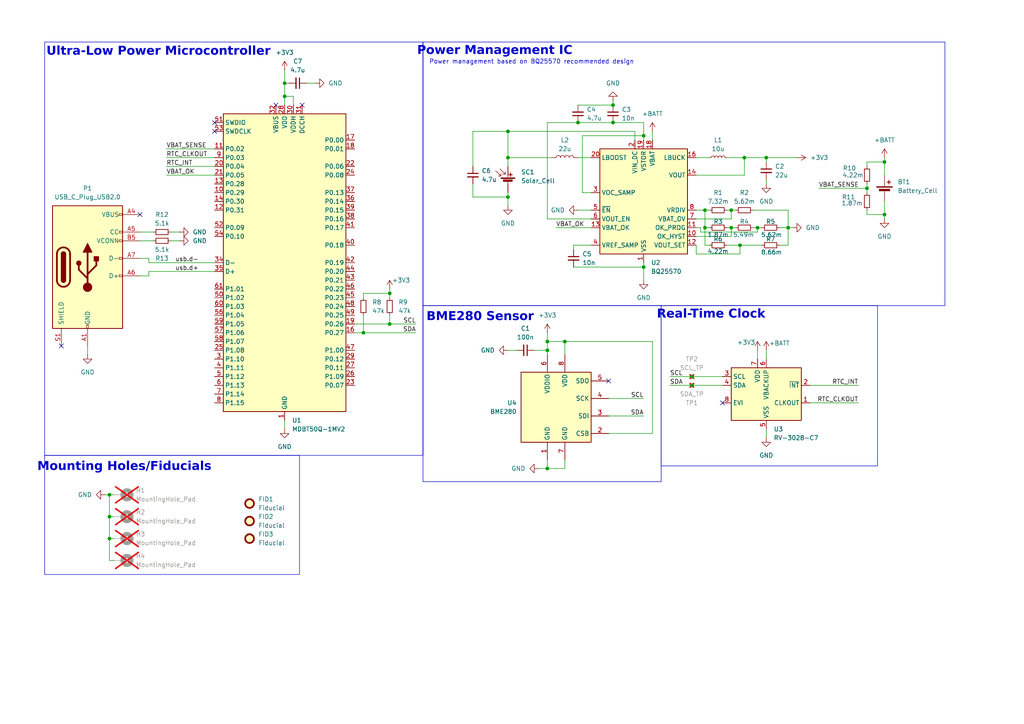
<source format=kicad_sch>
(kicad_sch (version 20250114) (generator "eeschema") (generator_version "9.0")
  (paper "A4")
  (title_block (title "Ultra-low power environmental monitor") (date "2025-08-25") (rev "v2") (company "Dickhans Engineering") (comment 1 "Designed by Alex Dickhans") (comment 2 "alex.dickhans.net"))
  (lib_symbols
    (symbol "Battery_Management:BQ25570"
      (property "Reference" "U2" (at 2.1433 -17.78 0))
      (property "Value" "BQ25570" (at 2.1433 -20.32 0))
      (symbol "BQ25570_0_1"
        (rectangle (start -12.7 15.24) (end 12.7 -15.24) (stroke (width 0.254)) (fill (type background)))
      )
      (symbol "BQ25570_1_1"
        (pin passive line (at -15.24 12.7 0) (length 2.54) (name "LBOOST") (number "20"))
        (pin input line (at -15.24 2.54 0) (length 2.54) (name "VOC_SAMP") (number "3"))
        (pin input line (at -15.24 -2.54 0) (length 2.54) (name "~{EN}") (number "5"))
        (pin input line (at -15.24 -5.08 0) (length 2.54) (name "VOUT_EN") (number "6"))
        (pin output line (at -15.24 -7.62 0) (length 2.54) (name "VBAT_OK") (number "13"))
        (pin passive line (at -15.24 -12.7 0) (length 2.54) (name "VREF_SAMP") (number "4"))
        (pin power_in line (at -2.54 17.78 270) (length 2.54) (name "VIN_DC") (number "2"))
        (pin power_out line (at 0 17.78 270) (length 2.54) (name "VSTOR") (number "19"))
        (pin power_in line (at 0 -17.78 90) (length 2.54) (name "VSS") (number "1"))
        (pin passive line (at 0 -17.78 90) (length 2.54) (hide yes) (name "VSS") (number "15"))
        (pin passive line (at 0 -17.78 90) (length 2.54) (hide yes) (name "VSS") (number "17"))
        (pin passive line (at 0 -17.78 90) (length 2.54) (hide yes) (name "VSS") (number "21"))
        (pin passive line (at 0 -17.78 90) (length 2.54) (hide yes) (name "VSS") (number "9"))
        (pin power_in line (at 2.54 17.78 270) (length 2.54) (name "VBAT") (number "18"))
        (pin passive line (at 15.24 12.7 180) (length 2.54) (name "LBUCK") (number "16"))
        (pin input line (at 15.24 7.62 180) (length 2.54) (name "VOUT") (number "14"))
        (pin output line (at 15.24 -2.54 180) (length 2.54) (name "VRDIV") (number "8"))
        (pin input line (at 15.24 -5.08 180) (length 2.54) (name "VBAT_OV") (number "7"))
        (pin input line (at 15.24 -7.62 180) (length 2.54) (name "OK_PROG") (number "11"))
        (pin input line (at 15.24 -10.16 180) (length 2.54) (name "OK_HYST") (number "10"))
        (pin input line (at 15.24 -12.7 180) (length 2.54) (name "VOUT_SET") (number "12"))
      )
    )
    (symbol "Connector:TestPoint_Small" (pin_numbers (hide yes)) (pin_names (offset 0.762) (hide yes))
      (property "Reference" "TP" (at 0 3.81 0))
      (property "Value" "TestPoint_Small" (at 0 2.032 0))
      (symbol "TestPoint_Small_0_1"
        (circle (center 0 0) (radius 0.508))
      )
      (symbol "TestPoint_Small_1_1"
        (pin passive line (at 0 0 90) (length 0) (name "1") (number "1"))
      )
    )
    (symbol "Connector:USB_C_Plug_USB2.0" (pin_names (offset 1.016))
      (property "Reference" "P" (at -10.16 19.05 0))
      (property "Value" "USB_C_Plug_USB2.0" (at 12.7 19.05 0))
      (symbol "USB_C_Plug_USB2.0_0_0"
        (rectangle (start -0.254 -17.78) (end 0.254 -16.764))
        (rectangle (start 10.16 15.494) (end 9.144 14.986))
        (rectangle (start 10.16 10.414) (end 9.144 9.906))
        (rectangle (start 10.16 7.874) (end 9.144 7.366))
        (rectangle (start 10.16 2.794) (end 9.144 2.286))
        (rectangle (start 10.16 -2.286) (end 9.144 -2.794))
      )
      (symbol "USB_C_Plug_USB2.0_0_1"
        (rectangle (start -10.16 17.78) (end 10.16 -17.78) (stroke (width 0.254)) (fill (type background)))
        (polyline (pts (xy -8.89 -3.81) (xy -8.89 3.81)) (stroke (width 0.508)))
        (rectangle (start -7.62 -3.81) (end -6.35 3.81) (stroke (width 0.254)) (fill (type outline)))
        (arc (start -7.62 3.81) (mid -6.985 4.4423) (end -6.35 3.81) (stroke (width 0.254)))
        (arc (start -7.62 3.81) (mid -6.985 4.4423) (end -6.35 3.81) (stroke (width 0.254)) (fill (type outline)))
        (arc (start -8.89 3.81) (mid -6.985 5.7067) (end -5.08 3.81) (stroke (width 0.508)))
        (arc (start -5.08 -3.81) (mid -6.985 -5.7067) (end -8.89 -3.81) (stroke (width 0.508)))
        (arc (start -6.35 -3.81) (mid -6.985 -4.4423) (end -7.62 -3.81) (stroke (width 0.254)))
        (arc (start -6.35 -3.81) (mid -6.985 -4.4423) (end -7.62 -3.81) (stroke (width 0.254)) (fill (type outline)))
        (polyline (pts (xy -5.08 3.81) (xy -5.08 -3.81)) (stroke (width 0.508)))
        (circle (center -2.54 1.143) (radius 0.635) (stroke (width 0.254)) (fill (type outline)))
        (polyline (pts (xy -1.27 4.318) (xy 0 6.858) (xy 1.27 4.318) (xy -1.27 4.318)) (stroke (width 0.254)) (fill (type outline)))
        (polyline (pts (xy 0 -2.032) (xy 2.54 0.508) (xy 2.54 1.778)) (stroke (width 0.508)))
        (polyline (pts (xy 0 -3.302) (xy -2.54 -0.762) (xy -2.54 0.508)) (stroke (width 0.508)))
        (polyline (pts (xy 0 -5.842) (xy 0 4.318)) (stroke (width 0.508)))
        (circle (center 0 -5.842) (radius 1.27) (fill (type outline)))
        (rectangle (start 1.905 1.778) (end 3.175 3.048) (stroke (width 0.254)) (fill (type outline)))
      )
      (symbol "USB_C_Plug_USB2.0_1_1"
        (pin passive line (at -7.62 -22.86 90) (length 5.08) (name "SHIELD") (number "S1"))
        (pin passive line (at 0 -22.86 90) (length 5.08) (name "GND") (number "A1"))
        (pin passive line (at 0 -22.86 90) (length 5.08) (hide yes) (name "GND") (number "A12"))
        (pin passive line (at 0 -22.86 90) (length 5.08) (hide yes) (name "GND") (number "B1"))
        (pin passive line (at 0 -22.86 90) (length 5.08) (hide yes) (name "GND") (number "B12"))
        (pin passive line (at 15.24 15.24 180) (length 5.08) (name "VBUS") (number "A4"))
        (pin passive line (at 15.24 15.24 180) (length 5.08) (hide yes) (name "VBUS") (number "A9"))
        (pin passive line (at 15.24 15.24 180) (length 5.08) (hide yes) (name "VBUS") (number "B4"))
        (pin passive line (at 15.24 15.24 180) (length 5.08) (hide yes) (name "VBUS") (number "B9"))
        (pin bidirectional line (at 15.24 10.16 180) (length 5.08) (name "CC") (number "A5"))
        (pin bidirectional line (at 15.24 7.62 180) (length 5.08) (name "VCONN") (number "B5"))
        (pin bidirectional line (at 15.24 2.54 180) (length 5.08) (name "D-") (number "A7"))
        (pin bidirectional line (at 15.24 -2.54 180) (length 5.08) (name "D+") (number "A6"))
      )
    )
    (symbol "Device:Battery_Cell" (pin_numbers (hide yes)) (pin_names (offset 0) (hide yes))
      (property "Reference" "BT" (at 2.54 2.54 0))
      (property "Value" "Battery_Cell" (at 2.54 0 0))
      (symbol "Battery_Cell_0_1"
        (rectangle (start -2.286 1.778) (end 2.286 1.524) (fill (type outline)))
        (rectangle (start -1.524 1.016) (end 1.524 0.508) (fill (type outline)))
        (polyline (pts (xy 0 1.778) (xy 0 2.54)))
        (polyline (pts (xy 0 0.762) (xy 0 0)))
        (polyline (pts (xy 0.762 3.048) (xy 1.778 3.048)) (stroke (width 0.254)))
        (polyline (pts (xy 1.27 3.556) (xy 1.27 2.54)) (stroke (width 0.254)))
      )
      (symbol "Battery_Cell_1_1"
        (pin passive line (at 0 5.08 270) (length 2.54) (name "+") (number "1"))
        (pin passive line (at 0 -2.54 90) (length 2.54) (name "-") (number "2"))
      )
    )
    (symbol "Device:C_Small" (pin_numbers (hide yes)) (pin_names (offset 0.254) (hide yes))
      (property "Reference" "C" (at 0.254 1.778 0))
      (property "Value" "C_Small" (at 0.254 -2.032 0))
      (symbol "C_Small_0_1"
        (polyline (pts (xy -1.524 0.508) (xy 1.524 0.508)) (stroke (width 0.3048)))
        (polyline (pts (xy -1.524 -0.508) (xy 1.524 -0.508)) (stroke (width 0.3302)))
      )
      (symbol "C_Small_1_1"
        (pin passive line (at 0 2.54 270) (length 2.032) (name "~") (number "1"))
        (pin passive line (at 0 -2.54 90) (length 2.032) (name "~") (number "2"))
      )
    )
    (symbol "Device:L" (pin_numbers (hide yes)) (pin_names (offset 1.016) (hide yes))
      (property "Reference" "L" (at -1.27 0 90))
      (property "Value" "L" (at 1.905 0 90))
      (symbol "L_0_1"
        (arc (start 0 2.54) (mid 0.6323 1.905) (end 0 1.27))
        (arc (start 0 1.27) (mid 0.6323 0.635) (end 0 0))
        (arc (start 0 0) (mid 0.6323 -0.635) (end 0 -1.27))
        (arc (start 0 -1.27) (mid 0.6323 -1.905) (end 0 -2.54))
      )
      (symbol "L_1_1"
        (pin passive line (at 0 3.81 270) (length 1.27) (name "1") (number "1"))
        (pin passive line (at 0 -3.81 90) (length 1.27) (name "2") (number "2"))
      )
    )
    (symbol "Device:L_Small" (pin_numbers (hide yes)) (pin_names (offset 0.254) (hide yes))
      (property "Reference" "L" (at 0.762 1.016 0))
      (property "Value" "L_Small" (at 0.762 -1.016 0))
      (symbol "L_Small_0_1"
        (arc (start 0 2.032) (mid 0.5058 1.524) (end 0 1.016))
        (arc (start 0 1.016) (mid 0.5058 0.508) (end 0 0))
        (arc (start 0 0) (mid 0.5058 -0.508) (end 0 -1.016))
        (arc (start 0 -1.016) (mid 0.5058 -1.524) (end 0 -2.032))
      )
      (symbol "L_Small_1_1"
        (pin passive line (at 0 2.54 270) (length 0.508) (name "~") (number "1"))
        (pin passive line (at 0 -2.54 90) (length 0.508) (name "~") (number "2"))
      )
    )
    (symbol "Device:R_Small" (pin_numbers (hide yes)) (pin_names (offset 0.254) (hide yes))
      (property "Reference" "R" (at 0.762 0.508 0))
      (property "Value" "R_Small" (at 0.762 -1.016 0))
      (symbol "R_Small_0_1"
        (rectangle (start -0.762 1.778) (end 0.762 -1.778) (stroke (width 0.2032)))
      )
      (symbol "R_Small_1_1"
        (pin passive line (at 0 2.54 270) (length 0.762) (name "~") (number "1"))
        (pin passive line (at 0 -2.54 90) (length 0.762) (name "~") (number "2"))
      )
    )
    (symbol "Device:Solar_Cell" (pin_numbers (hide yes)) (pin_names (offset 0) (hide yes))
      (property "Reference" "SC" (at 2.54 2.54 0))
      (property "Value" "Solar_Cell" (at 2.54 0 0))
      (symbol "Solar_Cell_0_1"
        (polyline (pts (xy -2.032 3.048) (xy -2.032 2.286) (xy -2.794 2.286)))
        (polyline (pts (xy -2.032 2.286) (xy -3.556 3.81)))
        (rectangle (start -2.032 1.778) (end 2.032 1.524) (fill (type outline)))
        (rectangle (start -1.3208 1.1938) (end 1.27 0.6858) (fill (type outline)))
        (polyline (pts (xy -0.762 3.556) (xy -0.762 2.794) (xy -1.524 2.794)))
        (polyline (pts (xy -0.762 2.794) (xy -2.286 4.318)))
        (polyline (pts (xy 0 1.778) (xy 0 2.54)))
        (polyline (pts (xy 0 0.762) (xy 0 0)))
        (polyline (pts (xy 0.254 2.667) (xy 1.27 2.667)) (stroke (width 0.254)))
        (polyline (pts (xy 0.762 3.175) (xy 0.762 2.159)) (stroke (width 0.254)))
      )
      (symbol "Solar_Cell_1_1"
        (pin passive line (at 0 5.08 270) (length 2.54) (name "+") (number "1"))
        (pin passive line (at 0 -2.54 90) (length 2.54) (name "-") (number "2"))
      )
    )
    (symbol "Mechanical:Fiducial" (exclude_from_sim yes) (in_bom no)
      (property "Reference" "FID" (at 0 5.08 0))
      (property "Value" "Fiducial" (at 0 3.175 0))
      (symbol "Fiducial_0_1"
        (circle (center 0 0) (radius 1.27) (stroke (width 0.508)) (fill (type background)))
      )
    )
    (symbol "Mechanical:MountingHole_Pad" (pin_numbers (hide yes)) (pin_names (offset 1.016) (hide yes)) (exclude_from_sim yes) (in_bom no)
      (property "Reference" "H" (at 0 6.35 0))
      (property "Value" "MountingHole_Pad" (at 0 4.445 0))
      (symbol "MountingHole_Pad_0_1"
        (circle (center 0 1.27) (radius 1.27) (stroke (width 1.27)))
      )
      (symbol "MountingHole_Pad_1_1"
        (pin input line (at 0 -2.54 90) (length 2.54) (name "1") (number "1"))
      )
    )
    (symbol "RF_Module:MDBT50Q-1MV2"
      (property "Reference" "U1" (at 2.1433 -45.72 0))
      (property "Value" "MDBT50Q-1MV2" (at 2.1433 -48.26 0))
      (symbol "MDBT50Q-1MV2_0_1"
        (rectangle (start -17.78 43.18) (end 17.78 -43.18) (stroke (width 0.254)) (fill (type background)))
      )
      (symbol "MDBT50Q-1MV2_1_1"
        (pin bidirectional line (at -20.32 40.64 0) (length 2.54) (name "SWDIO") (number "51"))
        (pin input line (at -20.32 38.1 0) (length 2.54) (name "SWDCLK") (number "53"))
        (pin bidirectional line (at -20.32 33.02 0) (length 2.54) (name "P0.02") (number "11"))
        (pin bidirectional line (at -20.32 30.48 0) (length 2.54) (name "P0.03") (number "9"))
        (pin bidirectional line (at -20.32 27.94 0) (length 2.54) (name "P0.04") (number "20"))
        (pin bidirectional line (at -20.32 25.4 0) (length 2.54) (name "P0.05") (number "21"))
        (pin bidirectional line (at -20.32 22.86 0) (length 2.54) (name "P0.28") (number "13"))
        (pin bidirectional line (at -20.32 20.32 0) (length 2.54) (name "P0.29") (number "10"))
        (pin bidirectional line (at -20.32 17.78 0) (length 2.54) (name "P0.30") (number "14"))
        (pin bidirectional line (at -20.32 15.24 0) (length 2.54) (name "P0.31") (number "12"))
        (pin bidirectional line (at -20.32 10.16 0) (length 2.54) (name "P0.09") (number "52"))
        (pin bidirectional line (at -20.32 7.62 0) (length 2.54) (name "P0.10") (number "54"))
        (pin bidirectional line (at -20.32 0 0) (length 2.54) (name "D-") (number "34"))
        (pin bidirectional line (at -20.32 -2.54 0) (length 2.54) (name "D+") (number "35"))
        (pin bidirectional line (at -20.32 -7.62 0) (length 2.54) (name "P1.01") (number "61"))
        (pin bidirectional line (at -20.32 -10.16 0) (length 2.54) (name "P1.02") (number "50"))
        (pin bidirectional line (at -20.32 -12.7 0) (length 2.54) (name "P1.03") (number "60"))
        (pin bidirectional line (at -20.32 -15.24 0) (length 2.54) (name "P1.04") (number "56"))
        (pin bidirectional line (at -20.32 -17.78 0) (length 2.54) (name "P1.05") (number "59"))
        (pin bidirectional line (at -20.32 -20.32 0) (length 2.54) (name "P1.06") (number "57"))
        (pin bidirectional line (at -20.32 -22.86 0) (length 2.54) (name "P1.07") (number "58"))
        (pin bidirectional line (at -20.32 -25.4 0) (length 2.54) (name "P1.08") (number "25"))
        (pin bidirectional line (at -20.32 -27.94 0) (length 2.54) (name "P1.10") (number "3"))
        (pin bidirectional line (at -20.32 -30.48 0) (length 2.54) (name "P1.11") (number "4"))
        (pin bidirectional line (at -20.32 -33.02 0) (length 2.54) (name "P1.12") (number "5"))
        (pin bidirectional line (at -20.32 -35.56 0) (length 2.54) (name "P1.13") (number "6"))
        (pin bidirectional line (at -20.32 -38.1 0) (length 2.54) (name "P1.14") (number "7"))
        (pin bidirectional line (at -20.32 -40.64 0) (length 2.54) (name "P1.15") (number "8"))
        (pin power_in line (at -2.54 45.72 270) (length 2.54) (name "VBUS") (number "32"))
        (pin power_in line (at 0 45.72 270) (length 2.54) (name "VDD") (number "28"))
        (pin power_in line (at 0 -45.72 90) (length 2.54) (name "GND") (number "1"))
        (pin passive line (at 0 -45.72 90) (length 2.54) (hide yes) (name "GND") (number "15"))
        (pin passive line (at 0 -45.72 90) (length 2.54) (hide yes) (name "GND") (number "2"))
        (pin passive line (at 0 -45.72 90) (length 2.54) (hide yes) (name "GND") (number "33"))
        (pin passive line (at 0 -45.72 90) (length 2.54) (hide yes) (name "GND") (number "55"))
        (pin power_in line (at 2.54 45.72 270) (length 2.54) (name "VDDH") (number "30"))
        (pin power_out line (at 5.08 45.72 270) (length 2.54) (name "DCCH") (number "31"))
        (pin bidirectional line (at 20.32 35.56 180) (length 2.54) (name "P0.00") (number "17"))
        (pin bidirectional line (at 20.32 33.02 180) (length 2.54) (name "P0.01") (number "18"))
        (pin bidirectional line (at 20.32 27.94 180) (length 2.54) (name "P0.06") (number "22"))
        (pin bidirectional line (at 20.32 25.4 180) (length 2.54) (name "P0.08") (number "24"))
        (pin bidirectional line (at 20.32 20.32 180) (length 2.54) (name "P0.13") (number "37"))
        (pin bidirectional line (at 20.32 17.78 180) (length 2.54) (name "P0.14") (number "36"))
        (pin bidirectional line (at 20.32 15.24 180) (length 2.54) (name "P0.15") (number "39"))
        (pin bidirectional line (at 20.32 12.7 180) (length 2.54) (name "P0.16") (number "38"))
        (pin bidirectional line (at 20.32 10.16 180) (length 2.54) (name "P0.17") (number "41"))
        (pin bidirectional line (at 20.32 5.08 180) (length 2.54) (name "P0.18") (number "40"))
        (pin bidirectional line (at 20.32 0 180) (length 2.54) (name "P0.19") (number "42"))
        (pin bidirectional line (at 20.32 -2.54 180) (length 2.54) (name "P0.20") (number "44"))
        (pin bidirectional line (at 20.32 -5.08 180) (length 2.54) (name "P0.21") (number "43"))
        (pin bidirectional line (at 20.32 -7.62 180) (length 2.54) (name "P0.22") (number "46"))
        (pin bidirectional line (at 20.32 -10.16 180) (length 2.54) (name "P0.23") (number "45"))
        (pin bidirectional line (at 20.32 -12.7 180) (length 2.54) (name "P0.24") (number "48"))
        (pin bidirectional line (at 20.32 -15.24 180) (length 2.54) (name "P0.25") (number "49"))
        (pin bidirectional line (at 20.32 -17.78 180) (length 2.54) (name "P0.26") (number "19"))
        (pin bidirectional line (at 20.32 -20.32 180) (length 2.54) (name "P0.27") (number "16"))
        (pin bidirectional line (at 20.32 -25.4 180) (length 2.54) (name "P1.00") (number "47"))
        (pin bidirectional line (at 20.32 -27.94 180) (length 2.54) (name "P0.12") (number "29"))
        (pin bidirectional line (at 20.32 -30.48 180) (length 2.54) (name "P0.11") (number "27"))
        (pin bidirectional line (at 20.32 -33.02 180) (length 2.54) (name "P1.09") (number "26"))
        (pin bidirectional line (at 20.32 -35.56 180) (length 2.54) (name "P0.07") (number "23"))
      )
    )
    (symbol "Sensor:BME280"
      (property "Reference" "U" (at -8.89 11.43 0))
      (property "Value" "BME280" (at 7.62 11.43 0))
      (symbol "BME280_0_1"
        (rectangle (start -10.16 10.16) (end 10.16 -10.16) (stroke (width 0.254)) (fill (type background)))
      )
      (symbol "BME280_1_1"
        (pin power_in line (at -2.54 15.24 270) (length 5.08) (name "VDDIO") (number "6"))
        (pin power_in line (at -2.54 -15.24 90) (length 5.08) (name "GND") (number "1"))
        (pin power_in line (at 2.54 15.24 270) (length 5.08) (name "VDD") (number "8"))
        (pin power_in line (at 2.54 -15.24 90) (length 5.08) (name "GND") (number "7"))
        (pin bidirectional line (at 15.24 7.62 180) (length 5.08) (name "SDO") (number "5"))
        (pin input line (at 15.24 2.54 180) (length 5.08) (name "SCK") (number "4"))
        (pin bidirectional line (at 15.24 -2.54 180) (length 5.08) (name "SDI") (number "3"))
        (pin input line (at 15.24 -7.62 180) (length 5.08) (name "CSB") (number "2"))
      )
    )
    (symbol "Timer_RTC:RV-3028-C7"
      (property "Reference" "U" (at -8.89 8.89 0))
      (property "Value" "RV-3028-C7" (at 7.62 8.89 0))
      (symbol "RV-3028-C7_0_1"
        (rectangle (start -10.16 7.62) (end 10.16 -7.62) (stroke (width 0.254)) (fill (type background)))
      )
      (symbol "RV-3028-C7_1_1"
        (pin input line (at -12.7 5.08 0) (length 2.54) (name "SCL") (number "3"))
        (pin bidirectional line (at -12.7 2.54 0) (length 2.54) (name "SDA") (number "4"))
        (pin input line (at -12.7 -2.54 0) (length 2.54) (name "EVI") (number "8"))
        (pin power_in line (at -2.54 10.16 270) (length 2.54) (name "VDD") (number "7"))
        (pin power_in line (at 0 10.16 270) (length 2.54) (name "VBACKUP") (number "6"))
        (pin power_in line (at 0 -10.16 90) (length 2.54) (name "VSS") (number "5"))
        (pin open_collector line (at 12.7 2.54 180) (length 2.54) (name "~{INT}") (number "2"))
        (pin output line (at 12.7 -2.54 180) (length 2.54) (name "CLKOUT") (number "1"))
      )
    )
    (symbol "power:+3V3" (power) (pin_numbers (hide yes)) (pin_names (offset 0) (hide yes))
      (property "Value" "+3V3" (at 0 3.556 0))
      (symbol "+3V3_0_1"
        (polyline (pts (xy -0.762 1.27) (xy 0 2.54)))
        (polyline (pts (xy 0 2.54) (xy 0.762 1.27)))
        (polyline (pts (xy 0 0) (xy 0 2.54)))
      )
      (symbol "+3V3_1_1"
        (pin power_in line (at 0 0 90) (length 0) (name "~") (number "1"))
      )
    )
    (symbol "power:+BATT" (power) (pin_numbers (hide yes)) (pin_names (offset 0) (hide yes))
      (property "Value" "+BATT" (at 0 3.556 0))
      (symbol "+BATT_0_1"
        (polyline (pts (xy -0.762 1.27) (xy 0 2.54)))
        (polyline (pts (xy 0 2.54) (xy 0.762 1.27)))
        (polyline (pts (xy 0 0) (xy 0 2.54)))
      )
      (symbol "+BATT_1_1"
        (pin power_in line (at 0 0 90) (length 0) (name "~") (number "1"))
      )
    )
    (symbol "power:GND" (power) (pin_numbers (hide yes)) (pin_names (offset 0) (hide yes))
      (property "Value" "GND" (at 0 -3.81 0))
      (symbol "GND_0_1"
        (polyline (pts (xy 0 0) (xy 0 -1.27) (xy 1.27 -1.27) (xy 0 -2.54) (xy -1.27 -1.27) (xy 0 -1.27)))
      )
      (symbol "GND_1_1"
        (pin power_in line (at 0 0 270) (length 0) (name "~") (number "1"))
      )
    )
  )
  (rectangle (start 12.954 132.08) (end 86.868 166.624))
  (rectangle (start 12.954 12.192) (end 122.682 132.08))
  (rectangle (start 122.682 88.646) (end 191.77 139.7))
  (rectangle (start 191.77 88.646) (end 254.508 135.128))
  (rectangle (start 122.682 12.192) (end 274.066 88.646))
  (text "Power management based on BQ25570 recommended design" (at 124.46 17.272 0) (effects (font (size 1.27 1.27)) (justify left top)))
  (text "Power Management IC" (at 143.51 15.494 0) (effects (font (size 2.54 2.54))))
  (text "Ultra-Low Power Microcontroller" (at 13.462 14.224 0) (effects (font (size 2.54 2.54)) (justify left top)))
  (text "Mounting Holes/Fiducials" (at 36.068 136.144 0) (effects (font (size 2.54 2.54))))
  (text "Real-Time Clock" (at 206.248 91.948 0) (effects (font (size 2.54 2.54))))
  (text "BME280 Sensor" (at 123.698 91.186 0) (effects (font (size 2.54 2.54)) (justify left top)))
  (junction (at 256.54 46.99))
  (junction (at 177.8 30.48))
  (junction (at 158.75 99.06))
  (junction (at 212.09 66.04))
  (junction (at 113.03 93.98))
  (junction (at 31.75 149.86))
  (junction (at 214.63 71.12))
  (junction (at 204.47 60.96))
  (junction (at 186.69 77.47))
  (junction (at 200.66 109.22))
  (junction (at 222.25 45.72))
  (junction (at 177.8 35.56))
  (junction (at 167.64 35.56))
  (junction (at 212.09 60.96))
  (junction (at 147.32 38.1))
  (junction (at 228.6 66.04))
  (junction (at 186.69 39.37))
  (junction (at 147.32 57.15))
  (junction (at 204.47 66.04))
  (junction (at 113.03 85.09))
  (junction (at 158.75 101.6))
  (junction (at 147.32 45.72))
  (junction (at 82.55 27.94))
  (junction (at 215.9 45.72))
  (junction (at 105.41 96.52))
  (junction (at 256.54 62.23))
  (junction (at 200.66 111.76))
  (junction (at 82.55 24.13))
  (junction (at 219.71 66.04))
  (junction (at 158.75 135.89))
  (junction (at 31.75 143.51))
  (junction (at 251.46 54.61))
  (junction (at 31.75 156.21))
  (junction (at 163.83 99.06))
  (no_connect (at 176.53 110.49))
  (no_connect (at 62.23 35.56))
  (no_connect (at 40.64 62.23))
  (no_connect (at 62.23 38.1))
  (no_connect (at 80.01 30.48))
  (no_connect (at 209.55 116.84))
  (no_connect (at 87.63 30.48))
  (no_connect (at 17.78 100.33))
  (wire (pts (xy 186.69 39.37) (xy 186.69 40.64)))
  (wire (pts (xy 113.03 85.09) (xy 113.03 86.36)))
  (wire (pts (xy 40.64 74.93) (xy 43.18 74.93)))
  (wire (pts (xy 113.03 91.44) (xy 113.03 93.98)))
  (wire (pts (xy 222.25 52.07) (xy 222.25 53.34)))
  (wire (pts (xy 166.37 71.12) (xy 166.37 72.39)))
  (wire (pts (xy 158.75 133.35) (xy 158.75 135.89)))
  (wire (pts (xy 186.69 77.47) (xy 186.69 81.28)))
  (wire (pts (xy 137.16 38.1) (xy 147.32 38.1)))
  (wire (pts (xy 167.64 30.48) (xy 177.8 30.48)))
  (wire (pts (xy 166.37 77.47) (xy 186.69 77.47)))
  (wire (pts (xy 147.32 45.72) (xy 147.32 48.26)))
  (wire (pts (xy 204.47 66.04) (xy 204.47 71.12)))
  (wire (pts (xy 234.95 111.76) (xy 248.92 111.76)))
  (wire (pts (xy 85.09 30.48) (xy 85.09 27.94)))
  (wire (pts (xy 176.53 115.57) (xy 186.69 115.57)))
  (wire (pts (xy 156.21 135.89) (xy 158.75 135.89)))
  (wire (pts (xy 48.26 50.8) (xy 62.23 50.8)))
  (wire (pts (xy 226.06 66.04) (xy 228.6 66.04)))
  (wire (pts (xy 163.83 133.35) (xy 163.83 135.89)))
  (wire (pts (xy 31.75 162.56) (xy 33.02 162.56)))
  (wire (pts (xy 158.75 101.6) (xy 158.75 99.06)))
  (wire (pts (xy 31.75 149.86) (xy 31.75 156.21)))
  (wire (pts (xy 137.16 57.15) (xy 147.32 57.15)))
  (wire (pts (xy 176.53 125.73) (xy 189.23 125.73)))
  (wire (pts (xy 189.23 99.06) (xy 163.83 99.06)))
  (wire (pts (xy 43.18 74.93) (xy 43.18 76.2)))
  (wire (pts (xy 237.49 54.61) (xy 251.46 54.61)))
  (wire (pts (xy 212.09 66.04) (xy 213.36 66.04)))
  (wire (pts (xy 210.82 66.04) (xy 212.09 66.04)))
  (wire (pts (xy 137.16 53.34) (xy 137.16 57.15)))
  (wire (pts (xy 82.55 20.32) (xy 82.55 24.13)))
  (wire (pts (xy 251.46 54.61) (xy 251.46 55.88)))
  (wire (pts (xy 201.93 60.96) (xy 204.47 60.96)))
  (wire (pts (xy 40.64 67.31) (xy 44.45 67.31)))
  (wire (pts (xy 194.31 111.76) (xy 200.66 111.76)))
  (wire (pts (xy 214.63 71.12) (xy 210.82 71.12)))
  (wire (pts (xy 43.18 78.74) (xy 43.18 80.01)))
  (wire (pts (xy 204.47 66.04) (xy 205.74 66.04)))
  (wire (pts (xy 160.02 45.72) (xy 147.32 45.72)))
  (wire (pts (xy 167.64 35.56) (xy 158.75 35.56)))
  (wire (pts (xy 204.47 60.96) (xy 204.47 66.04)))
  (wire (pts (xy 163.83 135.89) (xy 158.75 135.89)))
  (wire (pts (xy 256.54 45.72) (xy 256.54 46.99)))
  (wire (pts (xy 251.46 46.99) (xy 251.46 48.26)))
  (wire (pts (xy 251.46 60.96) (xy 251.46 62.23)))
  (wire (pts (xy 176.53 120.65) (xy 186.69 120.65)))
  (wire (pts (xy 219.71 101.6) (xy 219.71 104.14)))
  (wire (pts (xy 186.69 76.2) (xy 186.69 77.47)))
  (wire (pts (xy 228.6 60.96) (xy 228.6 66.04)))
  (wire (pts (xy 201.93 71.12) (xy 201.93 73.66)))
  (wire (pts (xy 203.2 66.04) (xy 203.2 67.31)))
  (wire (pts (xy 43.18 80.01) (xy 40.64 80.01)))
  (wire (pts (xy 215.9 45.72) (xy 222.25 45.72)))
  (wire (pts (xy 222.25 45.72) (xy 222.25 46.99)))
  (wire (pts (xy 161.29 66.04) (xy 171.45 66.04)))
  (wire (pts (xy 113.03 83.82) (xy 113.03 85.09)))
  (wire (pts (xy 251.46 62.23) (xy 256.54 62.23)))
  (wire (pts (xy 105.41 96.52) (xy 120.65 96.52)))
  (wire (pts (xy 154.94 101.6) (xy 158.75 101.6)))
  (wire (pts (xy 88.9 24.13) (xy 91.44 24.13)))
  (wire (pts (xy 82.55 30.48) (xy 82.55 27.94)))
  (wire (pts (xy 214.63 71.12) (xy 220.98 71.12)))
  (wire (pts (xy 201.93 68.58) (xy 212.09 68.58)))
  (wire (pts (xy 158.75 96.52) (xy 158.75 99.06)))
  (wire (pts (xy 171.45 55.88) (xy 168.91 55.88)))
  (wire (pts (xy 256.54 46.99) (xy 256.54 50.8)))
  (wire (pts (xy 189.23 38.1) (xy 189.23 40.64)))
  (wire (pts (xy 219.71 66.04) (xy 219.71 67.31)))
  (wire (pts (xy 200.66 109.22) (xy 209.55 109.22)))
  (wire (pts (xy 43.18 76.2) (xy 62.23 76.2)))
  (wire (pts (xy 102.87 93.98) (xy 113.03 93.98)))
  (wire (pts (xy 212.09 60.96) (xy 213.36 60.96)))
  (wire (pts (xy 212.09 63.5) (xy 212.09 60.96)))
  (wire (pts (xy 147.32 55.88) (xy 147.32 57.15)))
  (wire (pts (xy 222.25 124.46) (xy 222.25 127)))
  (wire (pts (xy 186.69 39.37) (xy 186.69 35.56)))
  (wire (pts (xy 85.09 27.94) (xy 82.55 27.94)))
  (wire (pts (xy 204.47 71.12) (xy 205.74 71.12)))
  (wire (pts (xy 204.47 60.96) (xy 205.74 60.96)))
  (wire (pts (xy 158.75 101.6) (xy 158.75 102.87)))
  (wire (pts (xy 62.23 45.72) (xy 48.26 45.72)))
  (wire (pts (xy 201.93 63.5) (xy 212.09 63.5)))
  (wire (pts (xy 256.54 58.42) (xy 256.54 62.23)))
  (wire (pts (xy 251.46 53.34) (xy 251.46 54.61)))
  (wire (pts (xy 219.71 66.04) (xy 220.98 66.04)))
  (wire (pts (xy 167.64 45.72) (xy 171.45 45.72)))
  (wire (pts (xy 177.8 35.56) (xy 186.69 35.56)))
  (wire (pts (xy 212.09 66.04) (xy 212.09 68.58)))
  (wire (pts (xy 201.93 50.8) (xy 215.9 50.8)))
  (wire (pts (xy 222.25 101.6) (xy 222.25 104.14)))
  (wire (pts (xy 201.93 66.04) (xy 203.2 66.04)))
  (wire (pts (xy 48.26 43.18) (xy 62.23 43.18)))
  (wire (pts (xy 167.64 60.96) (xy 171.45 60.96)))
  (wire (pts (xy 177.8 29.21) (xy 177.8 30.48)))
  (wire (pts (xy 194.31 109.22) (xy 200.66 109.22)))
  (wire (pts (xy 158.75 63.5) (xy 171.45 63.5)))
  (wire (pts (xy 256.54 62.23) (xy 256.54 63.5)))
  (wire (pts (xy 226.06 71.12) (xy 228.6 71.12)))
  (wire (pts (xy 234.95 116.84) (xy 248.92 116.84)))
  (wire (pts (xy 201.93 45.72) (xy 205.74 45.72)))
  (wire (pts (xy 167.64 35.56) (xy 177.8 35.56)))
  (wire (pts (xy 62.23 48.26) (xy 48.26 48.26)))
  (wire (pts (xy 82.55 27.94) (xy 82.55 24.13)))
  (wire (pts (xy 31.75 149.86) (xy 33.02 149.86)))
  (wire (pts (xy 251.46 46.99) (xy 256.54 46.99)))
  (wire (pts (xy 218.44 60.96) (xy 228.6 60.96)))
  (wire (pts (xy 137.16 38.1) (xy 137.16 48.26)))
  (wire (pts (xy 49.53 69.85) (xy 52.07 69.85)))
  (wire (pts (xy 102.87 96.52) (xy 105.41 96.52)))
  (wire (pts (xy 30.48 143.51) (xy 31.75 143.51)))
  (wire (pts (xy 189.23 125.73) (xy 189.23 99.06)))
  (wire (pts (xy 218.44 66.04) (xy 219.71 66.04)))
  (wire (pts (xy 105.41 85.09) (xy 105.41 86.36)))
  (wire (pts (xy 105.41 91.44) (xy 105.41 96.52)))
  (wire (pts (xy 200.66 111.76) (xy 209.55 111.76)))
  (wire (pts (xy 222.25 45.72) (xy 231.14 45.72)))
  (wire (pts (xy 31.75 156.21) (xy 31.75 162.56)))
  (wire (pts (xy 168.91 39.37) (xy 186.69 39.37)))
  (wire (pts (xy 210.82 45.72) (xy 215.9 45.72)))
  (wire (pts (xy 163.83 102.87) (xy 163.83 99.06)))
  (wire (pts (xy 25.4 100.33) (xy 25.4 102.87)))
  (wire (pts (xy 40.64 69.85) (xy 44.45 69.85)))
  (wire (pts (xy 31.75 143.51) (xy 33.02 143.51)))
  (wire (pts (xy 201.93 73.66) (xy 214.63 73.66)))
  (wire (pts (xy 158.75 35.56) (xy 158.75 63.5)))
  (wire (pts (xy 31.75 156.21) (xy 33.02 156.21)))
  (wire (pts (xy 203.2 67.31) (xy 219.71 67.31)))
  (wire (pts (xy 171.45 71.12) (xy 166.37 71.12)))
  (wire (pts (xy 31.75 143.51) (xy 31.75 149.86)))
  (wire (pts (xy 62.23 78.74) (xy 43.18 78.74)))
  (wire (pts (xy 113.03 85.09) (xy 105.41 85.09)))
  (wire (pts (xy 215.9 50.8) (xy 215.9 45.72)))
  (wire (pts (xy 82.55 24.13) (xy 83.82 24.13)))
  (wire (pts (xy 184.15 38.1) (xy 147.32 38.1)))
  (wire (pts (xy 228.6 66.04) (xy 229.87 66.04)))
  (wire (pts (xy 210.82 60.96) (xy 212.09 60.96)))
  (wire (pts (xy 214.63 73.66) (xy 214.63 71.12)))
  (wire (pts (xy 147.32 38.1) (xy 147.32 45.72)))
  (wire (pts (xy 163.83 99.06) (xy 158.75 99.06)))
  (wire (pts (xy 113.03 93.98) (xy 120.65 93.98)))
  (wire (pts (xy 184.15 40.64) (xy 184.15 38.1)))
  (wire (pts (xy 147.32 57.15) (xy 147.32 59.69)))
  (wire (pts (xy 228.6 71.12) (xy 228.6 66.04)))
  (wire (pts (xy 168.91 55.88) (xy 168.91 39.37)))
  (wire (pts (xy 49.53 67.31) (xy 52.07 67.31)))
  (wire (pts (xy 147.32 101.6) (xy 149.86 101.6)))
  (wire (pts (xy 82.55 121.92) (xy 82.55 124.46)))
  (label "SDA" (at 120.65 96.52 180))
  (label "SCL" (at 186.69 115.57 180))
  (label "SDA" (at 186.69 120.65 180))
  (label "VBAT_SENSE" (at 237.49 54.61 0))
  (label "usb.d-" (at 50.8 76.2 0))
  (label "VBAT_OK" (at 161.29 66.04 0))
  (label "VBAT_OK" (at 48.26 50.8 0))
  (label "usb.d+" (at 50.8 78.74 0))
  (label "SCL" (at 194.31 109.22 0))
  (label "RTC_INT" (at 48.26 48.26 0))
  (label "VBAT_SENSE" (at 48.26 43.18 0))
  (label "RTC_CLKOUT" (at 48.26 45.72 0))
  (label "RTC_CLKOUT" (at 248.92 116.84 180))
  (label "SDA" (at 194.31 111.76 0))
  (label "SCL" (at 120.65 93.98 180))
  (label "RTC_INT" (at 248.92 111.76 180))
  (symbol (lib_id "power:+3V3") (at 231.14 45.72 270) (unit 1)
    (property "Reference" "#PWR06" (effects (hide yes)))
    (property "Value" "+3V3" (at 234.95 45.7199 90) (effects (justify left)))
    (property "Description" "Power symbol creates a global label with name \"+3V3\"" (effects (hide yes)))
  )
  (symbol (lib_id "Device:C_Small") (at 177.8 33.02 0) (unit 1)
    (property "Reference" "C3" (at 180.34 31.7562 0) (effects (justify left)))
    (property "Value" "10n" (at 180.34 34.2962 0) (effects (justify left)))
    (property "Footprint" "Capacitor_SMD:C_0603_1608Metric" (effects (hide yes)))
    (property "Description" "Unpolarized capacitor, small symbol" (effects (hide yes)))
    (property "Link" "https://www.mouser.com/ProductDetail/Murata-Electronics/GCM188R71H103KA37J" (effects (hide yes)))
  )
  (symbol (lib_id "Connector:TestPoint_Small") (at 200.66 109.22 90) (unit 1) (dnp yes)
    (property "Reference" "TP2" (at 200.66 104.14 90))
    (property "Value" "SCL_TP" (at 200.66 106.68 90))
    (property "Footprint" "TestPoint:TestPoint_Pad_D2.0mm" (effects (hide yes)))
    (property "Description" "test point" (effects (hide yes)))
  )
  (symbol (lib_id "power:GND") (at 52.07 67.31 90) (unit 1)
    (property "Reference" "#PWR018" (effects (hide yes)))
    (property "Value" "GND" (at 55.88 67.3099 90) (effects (justify right)))
    (property "Description" "Power symbol creates a global label with name \"GND\" , ground" (effects (hide yes)))
  )
  (symbol (lib_id "Mechanical:MountingHole_Pad") (at 35.56 156.21 270) (unit 1) (exclude_from_sim yes) (in_bom no) (dnp yes)
    (property "Reference" "H3" (at 39.37 154.9399 90) (effects (justify left)))
    (property "Value" "MountingHole_Pad" (at 39.37 157.4799 90) (effects (justify left)))
    (property "Footprint" "MountingHole:MountingHole_3.2mm_M3_Pad" (effects (hide yes)))
    (property "Description" "Mounting Hole with connection" (effects (hide yes)))
  )
  (symbol (lib_id "Device:C_Small") (at 167.64 33.02 180) (unit 1)
    (property "Reference" "C4" (at 170.18 31.7435 0) (effects (justify right)))
    (property "Value" "4.7u" (at 170.18 34.2835 0) (effects (justify right)))
    (property "Footprint" "Capacitor_SMD:C_0603_1608Metric" (effects (hide yes)))
    (property "Description" "Unpolarized capacitor, small symbol" (effects (hide yes)))
    (property "Link" "https://www.mouser.com/ProductDetail/TAIYO-YUDEN/MBASL168BD7475MTCA01" (effects (hide yes)))
  )
  (symbol (lib_id "Mechanical:Fiducial") (at 72.39 151.13 0) (unit 1) (exclude_from_sim yes) (in_bom no)
    (property "Reference" "FID2" (at 74.93 149.8599 0) (effects (justify left)))
    (property "Value" "Fiducial" (at 74.93 152.3999 0) (effects (justify left)))
    (property "Footprint" "Fiducial:Fiducial_1.5mm_Mask3mm" (effects (hide yes)))
    (property "Description" "Fiducial Marker" (effects (hide yes)))
  )
  (symbol (lib_id "Device:C_Small") (at 86.36 24.13 270) (unit 1)
    (property "Reference" "C7" (at 86.3536 17.78 90))
    (property "Value" "4.7u" (at 86.3536 20.32 90))
    (property "Footprint" "Capacitor_SMD:C_0603_1608Metric" (effects (hide yes)))
    (property "Description" "Unpolarized capacitor, small symbol" (effects (hide yes)))
    (property "Link" "https://www.mouser.com/ProductDetail/TAIYO-YUDEN/MBASL168BD7475MTCA01" (effects (hide yes)))
  )
  (symbol (lib_id "Sensor:BME280") (at 161.29 118.11 0) (unit 1)
    (property "Reference" "U4" (at 149.86 116.8399 0) (effects (justify right)))
    (property "Value" "BME280" (at 149.86 119.3799 0) (effects (justify right)))
    (property "Footprint" "Package_LGA:Bosch_LGA-8_2.5x2.5mm_P0.65mm_ClockwisePinNumbering" (effects (hide yes)))
    (property "Datasheet" "https://www.bosch-sensortec.com/media/boschsensortec/downloads/datasheets/bst-bme280-ds002.pdf" (effects (hide yes)))
    (property "Description" "3-in-1 sensor, humidity, pressure, temperature, I2C and SPI interface, 1.71-3.6V, LGA-8" (effects (hide yes)))
    (property "Link" "https://www.mouser.com/ProductDetail/Bosch-Sensortec/BME280" (effects (hide yes)))
  )
  (symbol (lib_id "Device:R_Small") (at 113.03 88.9 0) (unit 1)
    (property "Reference" "R9" (at 115.57 87.6299 0) (effects (justify left)))
    (property "Value" "47k" (at 115.57 90.1699 0) (effects (justify left)))
    (property "Footprint" "Resistor_SMD:R_0402_1005Metric" (effects (hide yes)))
    (property "Description" "Resistor, small symbol" (effects (hide yes)))
    (property "Link" "https://www.mouser.com/ProductDetail/303-CQ02WGF4702TCE" (effects (hide yes)))
  )
  (symbol (lib_id "Device:C_Small") (at 166.37 74.93 0) (unit 1)
    (property "Reference" "C5" (at 168.91 73.6662 0) (effects (justify left)))
    (property "Value" "10n" (at 168.91 76.2062 0) (effects (justify left)))
    (property "Footprint" "Capacitor_SMD:C_0603_1608Metric" (effects (hide yes)))
    (property "Description" "Unpolarized capacitor, small symbol" (effects (hide yes)))
    (property "Link" "https://www.mouser.com/ProductDetail/Murata-Electronics/GCM188R71H103KA37J" (effects (hide yes)))
  )
  (symbol (lib_id "Device:R_Small") (at 46.99 69.85 270) (mirror x) (unit 1)
    (property "Reference" "R13" (at 46.99 74.93 90))
    (property "Value" "5.1k" (at 46.99 72.39 90))
    (property "Footprint" "Resistor_SMD:R_0402_1005Metric" (effects (hide yes)))
    (property "Description" "Resistor, small symbol" (effects (hide yes)))
    (property "Link" "https://www.mouser.com/ProductDetail/YAGEO/RC0100FR-075K1L" (effects (hide yes)))
  )
  (symbol (lib_id "Device:R_Small") (at 208.28 71.12 90) (unit 1)
    (property "Reference" "R6" (at 208.28 69.342 90))
    (property "Value" "4.22m" (at 208.28 72.898 90))
    (property "Footprint" "Resistor_SMD:R_0603_1608Metric" (effects (hide yes)))
    (property "Description" "Resistor, small symbol" (effects (hide yes)))
    (property "Part" "https://www.mouser.com/ProductDetail/YAGEO/RC0603FR-074M22L?qs=sGAEpiMZZMvdGkrng054tx7%2F6%252BNA3LAJSJyvKFy4c4M%3D" (effects (hide yes)))
    (property "Link" "https://www.mouser.com/ProductDetail/Vishay/CRCW02014M22FNED" (effects (hide yes)))
  )
  (symbol (lib_id "power:GND") (at 222.25 53.34 0) (unit 1)
    (property "Reference" "#PWR07" (effects (hide yes)))
    (property "Value" "GND" (at 222.25 58.42 0))
    (property "Description" "Power symbol creates a global label with name \"GND\" , ground" (effects (hide yes)))
  )
  (symbol (lib_id "Device:R_Small") (at 215.9 60.96 90) (unit 1)
    (property "Reference" "R2" (at 215.9 55.88 90))
    (property "Value" "5.62m" (at 215.9 58.42 90))
    (property "Footprint" "Resistor_SMD:R_0603_1608Metric" (effects (hide yes)))
    (property "Description" "Resistor, small symbol" (effects (hide yes)))
    (property "Link" "https://www.mouser.com/ProductDetail/YAGEO/RC0603FR-075M62L" (effects (hide yes)))
  )
  (symbol (lib_id "Device:R_Small") (at 208.28 60.96 90) (unit 1)
    (property "Reference" "R1" (at 208.28 55.88 90))
    (property "Value" "7.32m" (at 208.28 58.42 90))
    (property "Footprint" "Resistor_SMD:R_0603_1608Metric" (effects (hide yes)))
    (property "Description" "Resistor, small symbol" (effects (hide yes)))
    (property "Link" "https://www.mouser.com/ProductDetail/Vishay/CRCW06037M32FKEA" (effects (hide yes)))
  )
  (symbol (lib_id "Timer_RTC:RV-3028-C7") (at 222.25 114.3 0) (unit 1)
    (property "Reference" "U3" (at 224.3933 124.46 0) (effects (justify left)))
    (property "Value" "RV-3028-C7" (at 224.3933 127 0) (effects (justify left)))
    (property "Footprint" "Package_SON:MicroCrystal_C7_SON-8_1.5x3.2mm_P0.9mm" (effects (hide yes)))
    (property "Datasheet" "https://www.microcrystal.com/fileadmin/Media/Products/RTC/Datasheet/RV-3028-C7.pdf" (effects (hide yes)))
    (property "Description" "Realtime Clock/Calendar I2C Interface, Extreme Low Power, 1.1 V to 5.5 V, MicroCrystal C7" (effects (hide yes)))
    (property "Link" "https://www.mouser.com/ProductDetail/Micro-Crystal/RV-3028-C7-32.768kHz-1ppm-TA-QC" (effects (hide yes)))
  )
  (symbol (lib_id "Device:Solar_Cell") (at 147.32 53.34 0) (unit 1) (in_bom no)
    (property "Reference" "SC1" (at 151.13 49.9109 0) (effects (justify left)))
    (property "Value" "Solar_Cell" (at 151.13 52.4509 0) (effects (justify left)))
    (property "Footprint" "Connector_PinHeader_2.54mm:PinHeader_1x02_P2.54mm_Vertical" (effects (hide yes)))
    (property "Description" "Single solar cell" (effects (hide yes)))
    (property "Part" "https://www.mouser.com/ProductDetail/Panasonic-Battery/AM-1454CA?qs=79dOc3%2F91%2FezLc89a7JUAQ%3D%3D" (effects (hide yes)))
  )
  (symbol (lib_id "Device:C_Small") (at 137.16 50.8 0) (unit 1)
    (property "Reference" "C6" (at 139.7 49.5362 0) (effects (justify left)))
    (property "Value" "4.7u" (at 139.7 52.0762 0) (effects (justify left)))
    (property "Footprint" "Capacitor_SMD:C_0603_1608Metric" (effects (hide yes)))
    (property "Description" "Unpolarized capacitor, small symbol" (effects (hide yes)))
    (property "Link" "https://www.mouser.com/ProductDetail/TAIYO-YUDEN/MBASL168BD7475MTCA01" (effects (hide yes)))
  )
  (symbol (lib_id "Battery_Management:BQ25570") (at 186.69 58.42 0) (unit 1)
    (property "Reference" "U2" (at 188.8333 76.2 0) (effects (justify left)))
    (property "Value" "BQ25570" (at 188.8333 78.74 0) (effects (justify left)))
    (property "Footprint" "Package_DFN_QFN:QFN-20-1EP_3.5x3.5mm_P0.5mm_EP2x2mm" (effects (hide yes)))
    (property "Datasheet" "http://www.ti.com/lit/ds/symlink/bq25570.pdf" (effects (hide yes)))
    (property "Description" "Nano Power Boost Charger and Buck Converter for Energy Harvester Powered Applications, QFN-20" (effects (hide yes)))
    (property "Link" "https://www.mouser.com/ProductDetail/Texas-Instruments/BQ25570RGRT" (effects (hide yes)))
  )
  (symbol (lib_id "power:GND") (at 229.87 66.04 90) (unit 1)
    (property "Reference" "#PWR09" (effects (hide yes)))
    (property "Value" "GND" (at 233.68 66.0399 90) (effects (justify right)))
    (property "Description" "Power symbol creates a global label with name \"GND\" , ground" (effects (hide yes)))
  )
  (symbol (lib_id "Mechanical:MountingHole_Pad") (at 35.56 162.56 270) (unit 1) (exclude_from_sim yes) (in_bom no) (dnp yes)
    (property "Reference" "H4" (at 39.37 161.2899 90) (effects (justify left)))
    (property "Value" "MountingHole_Pad" (at 39.37 163.8299 90) (effects (justify left)))
    (property "Footprint" "MountingHole:MountingHole_3.2mm_M3_Pad" (effects (hide yes)))
    (property "Description" "Mounting Hole with connection" (effects (hide yes)))
  )
  (symbol (lib_id "Device:R_Small") (at 215.9 66.04 90) (unit 1)
    (property "Reference" "R4" (at 215.9 64.262 90))
    (property "Value" "5.49m" (at 215.646 68.072 90))
    (property "Footprint" "Resistor_SMD:R_0603_1608Metric" (effects (hide yes)))
    (property "Description" "Resistor, small symbol" (effects (hide yes)))
    (property "Link" "https://www.mouser.com/ProductDetail/Vishay/CRCW06035M49FKEA" (effects (hide yes)))
  )
  (symbol (lib_id "power:GND") (at 256.54 63.5 0) (unit 1)
    (property "Reference" "#PWR02" (effects (hide yes)))
    (property "Value" "GND" (at 256.54 68.58 0))
    (property "Description" "Power symbol creates a global label with name \"GND\" , ground" (effects (hide yes)))
  )
  (symbol (lib_id "Connector:USB_C_Plug_USB2.0") (at 25.4 77.47 0) (unit 1)
    (property "Reference" "P1" (at 25.4 54.61 0))
    (property "Value" "USB_C_Plug_USB2.0" (at 25.4 57.15 0))
    (property "Footprint" "Connector_USB:USB_C_Receptacle_Molex_105450-0101" (effects (hide yes)))
    (property "Datasheet" "https://www.usb.org/sites/default/files/documents/usb_type-c.zip" (effects (hide yes)))
    (property "Description" "USB 2.0-only Type-C Plug connector" (effects (hide yes)))
    (property "Link" "https://www.mouser.com/ProductDetail/Molex/105450-0101" (effects (hide yes)))
  )
  (symbol (lib_id "power:GND") (at 30.48 143.51 270) (unit 1)
    (property "Reference" "#PWR023" (effects (hide yes)))
    (property "Value" "GND" (at 26.67 143.5099 90) (effects (justify right)))
    (property "Description" "Power symbol creates a global label with name \"GND\" , ground" (effects (hide yes)))
  )
  (symbol (lib_id "power:+BATT") (at 256.54 45.72 0) (unit 1)
    (property "Reference" "#PWR03" (effects (hide yes)))
    (property "Value" "+BATT" (at 256.54 40.64 0))
    (property "Description" "Power symbol creates a global label with name \"+BATT\"" (effects (hide yes)))
  )
  (symbol (lib_id "power:+3V3") (at 219.71 101.6 0) (unit 1)
    (property "Reference" "#PWR014" (effects (hide yes)))
    (property "Value" "+3V3" (at 216.408 99.314 0))
    (property "Description" "Power symbol creates a global label with name \"+3V3\"" (effects (hide yes)))
  )
  (symbol (lib_id "Device:R_Small") (at 223.52 66.04 90) (unit 1)
    (property "Reference" "R5" (at 223.52 64.262 90))
    (property "Value" "5.62m" (at 223.774 68.072 90))
    (property "Footprint" "Resistor_SMD:R_0603_1608Metric" (effects (hide yes)))
    (property "Description" "Resistor, small symbol" (effects (hide yes)))
    (property "Link" "https://www.mouser.com/ProductDetail/YAGEO/RC0603FR-075M62L" (effects (hide yes)))
  )
  (symbol (lib_id "Device:C_Small") (at 152.4 101.6 270) (unit 1)
    (property "Reference" "C1" (at 152.3936 95.25 90))
    (property "Value" "100n" (at 152.3936 97.79 90))
    (property "Footprint" "Capacitor_SMD:C_0603_1608Metric" (effects (hide yes)))
    (property "Description" "Unpolarized capacitor, small symbol" (effects (hide yes)))
    (property "Link" "https://www.mouser.com/ProductDetail/TAIYO-YUDEN/MAJCU168BB7104KTEA01" (effects (hide yes)))
  )
  (symbol (lib_id "Mechanical:MountingHole_Pad") (at 35.56 149.86 270) (unit 1) (exclude_from_sim yes) (in_bom no) (dnp yes)
    (property "Reference" "H2" (at 39.37 148.5899 90) (effects (justify left)))
    (property "Value" "MountingHole_Pad" (at 39.37 151.1299 90) (effects (justify left)))
    (property "Footprint" "MountingHole:MountingHole_3.2mm_M3_Pad" (effects (hide yes)))
    (property "Description" "Mounting Hole with connection" (effects (hide yes)))
  )
  (symbol (lib_id "RF_Module:MDBT50Q-1MV2") (at 82.55 76.2 0) (unit 1)
    (property "Reference" "U1" (at 84.6933 121.92 0) (effects (justify left)))
    (property "Value" "MDBT50Q-1MV2" (at 84.6933 124.46 0) (effects (justify left)))
    (property "Footprint" "RF_Module:Raytac_MDBT50Q" (effects (hide yes)))
    (property "Datasheet" "https://www.raytac.com/download/index.php?index_id=43" (effects (hide yes)))
    (property "Description" "Multiprotocol BLE/ANT/2.4 GHz/802.15.4 Cortex-M4F SoC, nRF52840 module" (effects (hide yes)))
    (property "Link" "https://www.mouser.com/ProductDetail/485-4078" (effects (hide yes)))
  )
  (symbol (lib_id "Device:R_Small") (at 46.99 67.31 90) (unit 1)
    (property "Reference" "R12" (at 46.99 62.23 90))
    (property "Value" "5.1k" (at 46.99 64.77 90))
    (property "Footprint" "Resistor_SMD:R_0402_1005Metric" (effects (hide yes)))
    (property "Description" "Resistor, small symbol" (effects (hide yes)))
    (property "Link" "https://www.mouser.com/ProductDetail/YAGEO/RC0100FR-075K1L" (effects (hide yes)))
  )
  (symbol (lib_id "power:GND") (at 147.32 101.6 270) (unit 1)
    (property "Reference" "#PWR024" (effects (hide yes)))
    (property "Value" "GND" (at 143.51 101.5999 90) (effects (justify right)))
    (property "Description" "Power symbol creates a global label with name \"GND\" , ground" (effects (hide yes)))
  )
  (symbol (lib_id "power:+3V3") (at 158.75 96.52 0) (unit 1)
    (property "Reference" "#PWR012" (effects (hide yes)))
    (property "Value" "+3V3" (at 158.75 91.44 0))
    (property "Description" "Power symbol creates a global label with name \"+3V3\"" (effects (hide yes)))
  )
  (symbol (lib_id "power:+3V3") (at 113.03 83.82 0) (unit 1)
    (property "Reference" "#PWR015" (effects (hide yes)))
    (property "Value" "+3V3" (at 116.332 81.28 0))
    (property "Description" "Power symbol creates a global label with name \"+3V3\"" (effects (hide yes)))
  )
  (symbol (lib_id "power:GND") (at 82.55 124.46 0) (unit 1)
    (property "Reference" "#PWR016" (effects (hide yes)))
    (property "Value" "GND" (at 82.55 129.54 0))
    (property "Description" "Power symbol creates a global label with name \"GND\" , ground" (effects (hide yes)))
  )
  (symbol (lib_id "power:GND") (at 167.64 60.96 270) (unit 1)
    (property "Reference" "#PWR017" (effects (hide yes)))
    (property "Value" "GND" (at 163.83 60.9599 90) (effects (justify right)))
    (property "Description" "Power symbol creates a global label with name \"GND\" , ground" (effects (hide yes)))
  )
  (symbol (lib_id "Device:R_Small") (at 208.28 66.04 90) (unit 1)
    (property "Reference" "R3" (at 208.28 64.262 90))
    (property "Value" "1.87m" (at 208.28 68.072 90))
    (property "Footprint" "Resistor_SMD:R_0603_1608Metric" (effects (hide yes)))
    (property "Description" "Resistor, small symbol" (effects (hide yes)))
    (property "Link" "https://www.mouser.com/ProductDetail/YAGEO/RC0603FR-071M87L" (effects (hide yes)))
  )
  (symbol (lib_id "Device:R_Small") (at 105.41 88.9 0) (unit 1)
    (property "Reference" "R8" (at 107.95 87.6299 0) (effects (justify left)))
    (property "Value" "47k" (at 107.95 90.1699 0) (effects (justify left)))
    (property "Footprint" "Resistor_SMD:R_0402_1005Metric" (effects (hide yes)))
    (property "Description" "Resistor, small symbol" (effects (hide yes)))
    (property "Link" "https://www.mouser.com/ProductDetail/303-CQ02WGF4702TCE" (effects (hide yes)))
  )
  (symbol (lib_id "power:GND") (at 147.32 59.69 0) (unit 1)
    (property "Reference" "#PWR05" (effects (hide yes)))
    (property "Value" "GND" (at 147.32 64.77 0))
    (property "Description" "Power symbol creates a global label with name \"GND\" , ground" (effects (hide yes)))
  )
  (symbol (lib_id "Device:R_Small") (at 251.46 58.42 0) (unit 1)
    (property "Reference" "R11" (at 246.126 57.15 0))
    (property "Value" "1.87m" (at 247.142 58.928 0))
    (property "Footprint" "Resistor_SMD:R_0603_1608Metric" (effects (hide yes)))
    (property "Description" "Resistor, small symbol" (effects (hide yes)))
    (property "Link" "https://www.mouser.com/ProductDetail/YAGEO/RC0603FR-071M87L" (effects (hide yes)))
  )
  (symbol (lib_id "power:GND") (at 52.07 69.85 90) (mirror x) (unit 1)
    (property "Reference" "#PWR019" (effects (hide yes)))
    (property "Value" "GND" (at 55.88 69.8501 90) (effects (justify right)))
    (property "Description" "Power symbol creates a global label with name \"GND\" , ground" (effects (hide yes)))
  )
  (symbol (lib_id "Device:Battery_Cell") (at 256.54 55.88 0) (unit 1) (in_bom no)
    (property "Reference" "BT1" (at 260.35 52.7684 0) (effects (justify left)))
    (property "Value" "Battery_Cell" (at 260.35 55.3084 0) (effects (justify left)))
    (property "Footprint" "Connector_PinHeader_2.54mm:PinHeader_1x02_P2.54mm_Vertical" (effects (hide yes)))
    (property "Description" "Single-cell battery" (effects (hide yes)))
    (property "Link" "https://www.amazon.com/AKZYTUE-Battery-Rechargeable-Lithium-Connector/dp/B07TWHGHW4" (effects (hide yes)))
  )
  (symbol (lib_id "power:GND") (at 156.21 135.89 270) (unit 1)
    (property "Reference" "#PWR011" (effects (hide yes)))
    (property "Value" "GND" (at 152.4 135.8899 90) (effects (justify right)))
    (property "Description" "Power symbol creates a global label with name \"GND\" , ground" (effects (hide yes)))
  )
  (symbol (lib_id "Device:C_Small") (at 222.25 49.53 0) (unit 1)
    (property "Reference" "C2" (at 224.79 48.2662 0) (effects (justify left)))
    (property "Value" "22u" (at 224.79 50.8062 0) (effects (justify left)))
    (property "Footprint" "Capacitor_SMD:C_0603_1608Metric" (effects (hide yes)))
    (property "Description" "Unpolarized capacitor, small symbol" (effects (hide yes)))
    (property "Link" "https://www.mouser.com/ProductDetail/Murata-Electronics/GRM188D70J226ME01D" (effects (hide yes)))
  )
  (symbol (lib_id "power:GND") (at 91.44 24.13 90) (unit 1)
    (property "Reference" "#PWR022" (effects (hide yes)))
    (property "Value" "GND" (at 95.25 24.1299 90) (effects (justify right)))
    (property "Description" "Power symbol creates a global label with name \"GND\" , ground" (effects (hide yes)))
  )
  (symbol (lib_id "Mechanical:Fiducial") (at 72.39 156.21 0) (unit 1) (exclude_from_sim yes) (in_bom no)
    (property "Reference" "FID3" (at 74.93 154.9399 0) (effects (justify left)))
    (property "Value" "Fiducial" (at 74.93 157.4799 0) (effects (justify left)))
    (property "Footprint" "Fiducial:Fiducial_1.5mm_Mask3mm" (effects (hide yes)))
    (property "Description" "Fiducial Marker" (effects (hide yes)))
  )
  (symbol (lib_id "Device:L") (at 163.83 45.72 90) (unit 1)
    (property "Reference" "L2" (at 163.83 40.64 90))
    (property "Value" "22u" (at 163.83 43.18 90))
    (property "Footprint" "Inductor_SMD:L_0805_2012Metric" (effects (hide yes)))
    (property "Description" "Inductor" (effects (hide yes)))
    (property "Link" "https://www.mouser.com/ProductDetail/TDK/MLZ2012N220LTD25" (effects (hide yes)))
  )
  (symbol (lib_id "Mechanical:MountingHole_Pad") (at 35.56 143.51 270) (unit 1) (exclude_from_sim yes) (in_bom no) (dnp yes)
    (property "Reference" "H1" (at 39.37 142.2399 90) (effects (justify left)))
    (property "Value" "MountingHole_Pad" (at 39.37 144.7799 90) (effects (justify left)))
    (property "Footprint" "MountingHole:MountingHole_3.2mm_M3_Pad" (effects (hide yes)))
    (property "Description" "Mounting Hole with connection" (effects (hide yes)))
  )
  (symbol (lib_id "power:GND") (at 25.4 102.87 0) (unit 1)
    (property "Reference" "#PWR020" (effects (hide yes)))
    (property "Value" "GND" (at 25.4 107.95 0))
    (property "Description" "Power symbol creates a global label with name \"GND\" , ground" (effects (hide yes)))
  )
  (symbol (lib_id "Device:R_Small") (at 223.52 71.12 90) (unit 1)
    (property "Reference" "R7" (at 223.52 69.342 90))
    (property "Value" "8.66m" (at 223.774 73.152 90))
    (property "Footprint" "Resistor_SMD:R_0603_1608Metric" (effects (hide yes)))
    (property "Description" "Resistor, small symbol" (effects (hide yes)))
    (property "Link" "https://www.mouser.com/ProductDetail/Vishay/CRCW06038M66FKEA" (effects (hide yes)))
  )
  (symbol (lib_id "power:GND") (at 222.25 127 0) (unit 1)
    (property "Reference" "#PWR010" (effects (hide yes)))
    (property "Value" "GND" (at 222.25 132.08 0))
    (property "Description" "Power symbol creates a global label with name \"GND\" , ground" (effects (hide yes)))
  )
  (symbol (lib_id "power:+3V3") (at 82.55 20.32 0) (unit 1)
    (property "Reference" "#PWR021" (effects (hide yes)))
    (property "Value" "+3V3" (at 82.55 15.24 0))
    (property "Description" "Power symbol creates a global label with name \"+3V3\"" (effects (hide yes)))
  )
  (symbol (lib_id "Connector:TestPoint_Small") (at 200.66 111.76 90) (mirror x) (unit 1) (dnp yes)
    (property "Reference" "TP1" (at 200.66 116.84 90))
    (property "Value" "SDA_TP" (at 200.66 114.3 90))
    (property "Footprint" "TestPoint:TestPoint_Pad_D2.0mm" (effects (hide yes)))
    (property "Description" "test point" (effects (hide yes)))
  )
  (symbol (lib_id "power:GND") (at 186.69 81.28 0) (unit 1)
    (property "Reference" "#PWR04" (effects (hide yes)))
    (property "Value" "GND" (at 186.69 86.36 0))
    (property "Description" "Power symbol creates a global label with name \"GND\" , ground" (effects (hide yes)))
  )
  (symbol (lib_id "power:GND") (at 177.8 29.21 180) (unit 1)
    (property "Reference" "#PWR08" (effects (hide yes)))
    (property "Value" "GND" (at 177.8 24.13 0))
    (property "Description" "Power symbol creates a global label with name \"GND\" , ground" (effects (hide yes)))
  )
  (symbol (lib_id "power:+BATT") (at 222.25 101.6 0) (unit 1)
    (property "Reference" "#PWR013" (effects (hide yes)))
    (property "Value" "+BATT" (at 226.06 99.568 0))
    (property "Description" "Power symbol creates a global label with name \"+BATT\"" (effects (hide yes)))
  )
  (symbol (lib_id "Device:R_Small") (at 251.46 50.8 0) (unit 1)
    (property "Reference" "R10" (at 246.38 48.768 0))
    (property "Value" "4.22m" (at 247.396 50.8 0))
    (property "Footprint" "Resistor_SMD:R_0603_1608Metric" (effects (hide yes)))
    (property "Description" "Resistor, small symbol" (effects (hide yes)))
    (property "Part" "https://www.mouser.com/ProductDetail/YAGEO/RC0603FR-074M22L?qs=sGAEpiMZZMvdGkrng054tx7%2F6%252BNA3LAJSJyvKFy4c4M%3D" (effects (hide yes)))
    (property "Link" "https://www.mouser.com/ProductDetail/Vishay/CRCW02014M22FNED" (effects (hide yes)))
  )
  (symbol (lib_id "Mechanical:Fiducial") (at 72.39 146.05 0) (unit 1) (exclude_from_sim yes) (in_bom no)
    (property "Reference" "FID1" (at 74.93 144.7799 0) (effects (justify left)))
    (property "Value" "Fiducial" (at 74.93 147.3199 0) (effects (justify left)))
    (property "Footprint" "Fiducial:Fiducial_1.5mm_Mask3mm" (effects (hide yes)))
    (property "Description" "Fiducial Marker" (effects (hide yes)))
  )
  (symbol (lib_id "Device:L_Small") (at 208.28 45.72 90) (unit 1)
    (property "Reference" "L1" (at 208.28 40.64 90))
    (property "Value" "10u" (at 208.28 43.18 90))
    (property "Footprint" "Inductor_SMD:L_0805_2012Metric" (effects (hide yes)))
    (property "Description" "Inductor, small symbol" (effects (hide yes)))
    (property "Link" "https://www.mouser.com/ProductDetail/Murata-Electronics/LQM21DH100M70L" (effects (hide yes)))
  )
  (symbol (lib_id "power:+BATT") (at 189.23 38.1 0) (unit 1)
    (property "Reference" "#PWR01" (effects (hide yes)))
    (property "Value" "+BATT" (at 189.23 33.02 0))
    (property "Description" "Power symbol creates a global label with name \"+BATT\"" (effects (hide yes)))
  )
)
</source>
